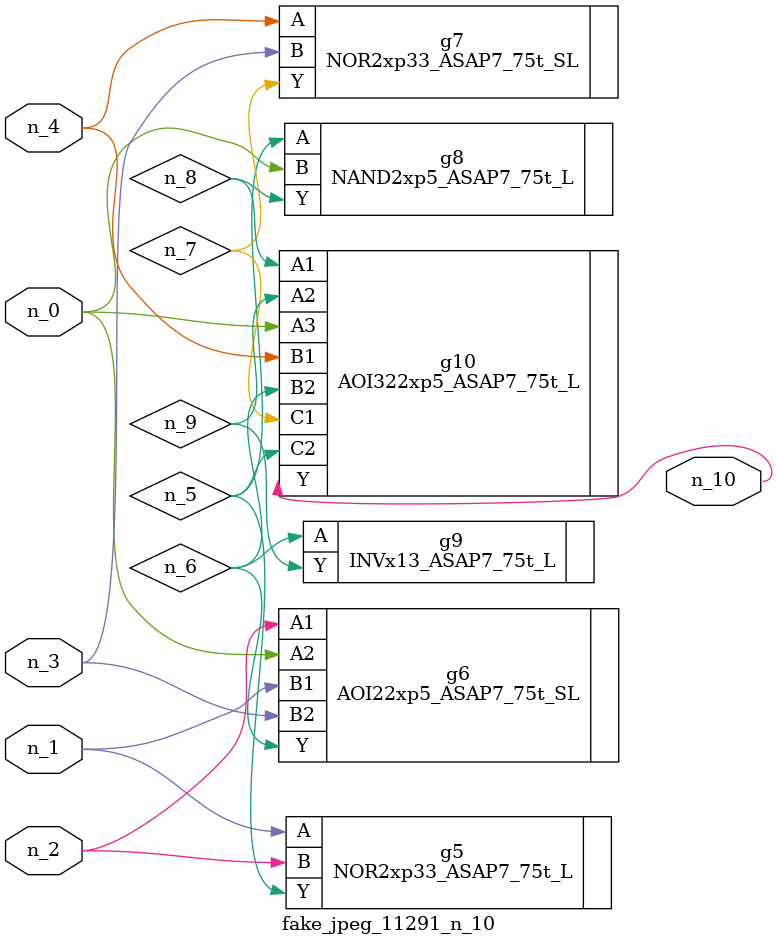
<source format=v>
module fake_jpeg_11291_n_10 (n_3, n_2, n_1, n_0, n_4, n_10);

input n_3;
input n_2;
input n_1;
input n_0;
input n_4;

output n_10;

wire n_8;
wire n_9;
wire n_6;
wire n_5;
wire n_7;

NOR2xp33_ASAP7_75t_L g5 ( 
.A(n_1),
.B(n_2),
.Y(n_5)
);

AOI22xp5_ASAP7_75t_SL g6 ( 
.A1(n_2),
.A2(n_0),
.B1(n_1),
.B2(n_3),
.Y(n_6)
);

NOR2xp33_ASAP7_75t_SL g7 ( 
.A(n_4),
.B(n_3),
.Y(n_7)
);

NAND2xp5_ASAP7_75t_L g8 ( 
.A(n_5),
.B(n_0),
.Y(n_8)
);

AOI322xp5_ASAP7_75t_L g10 ( 
.A1(n_8),
.A2(n_9),
.A3(n_0),
.B1(n_4),
.B2(n_6),
.C1(n_7),
.C2(n_5),
.Y(n_10)
);

INVx13_ASAP7_75t_L g9 ( 
.A(n_6),
.Y(n_9)
);


endmodule
</source>
